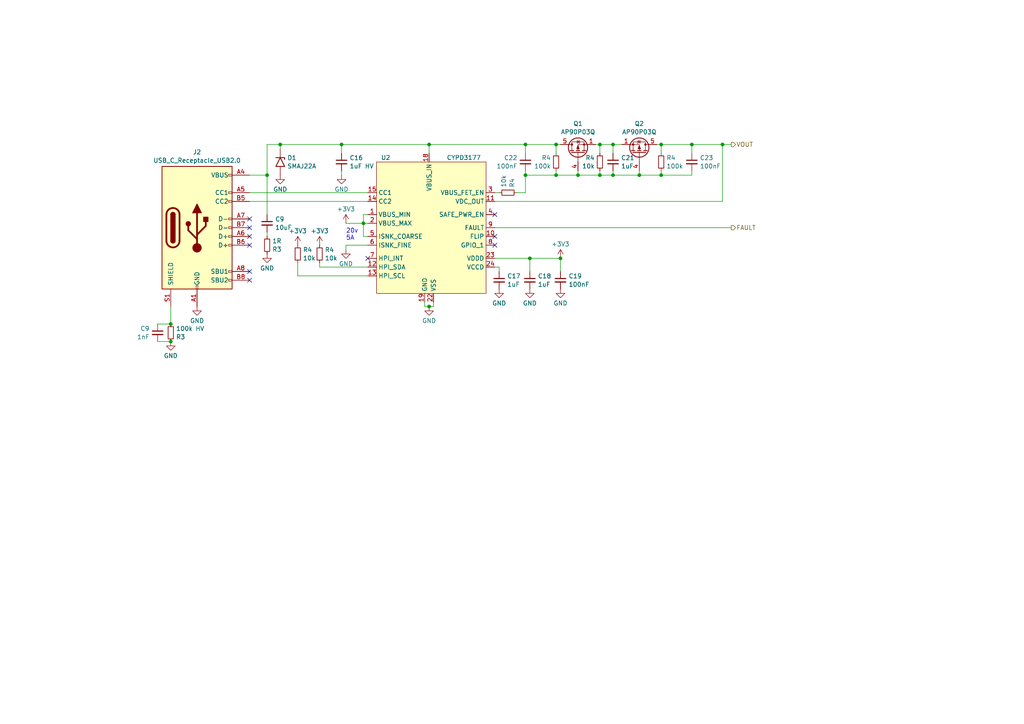
<source format=kicad_sch>
(kicad_sch (version 20230121) (generator eeschema)
  (paper "A4")
  (lib_symbols
    (symbol "Connector:USB_C_Receptacle_USB2.0" (pin_names (offset 1.016))
      (property "Reference" "J" (at -10.16 19.05 0))
      (property "Value" "USB_C_Receptacle_USB2.0" (at 19.05 19.05 0))
      (symbol "USB_C_Receptacle_USB2.0_0_0"
        (rectangle (start -0.254 -17.78) (end 0.254 -16.764))
        (rectangle (start 10.16 -14.986) (end 9.144 -15.494))
        (rectangle (start 10.16 -12.446) (end 9.144 -12.954))
        (rectangle (start 10.16 -4.826) (end 9.144 -5.334))
        (rectangle (start 10.16 -2.286) (end 9.144 -2.794))
        (rectangle (start 10.16 0.254) (end 9.144 -0.254))
        (rectangle (start 10.16 2.794) (end 9.144 2.286))
        (rectangle (start 10.16 7.874) (end 9.144 7.366))
        (rectangle (start 10.16 10.414) (end 9.144 9.906))
        (rectangle (start 10.16 15.494) (end 9.144 14.986))
      )
      (symbol "USB_C_Receptacle_USB2.0_0_1"
        (rectangle (start -10.16 17.78) (end 10.16 -17.78) (stroke (width 0.254)) (fill (type background)))
        (arc (start -8.89 -3.81) (mid -6.985 -5.7067) (end -5.08 -3.81) (stroke (width 0.508)))
        (arc (start -7.62 -3.81) (mid -6.985 -4.4423) (end -6.35 -3.81) (stroke (width 0.254)))
        (arc (start -7.62 -3.81) (mid -6.985 -4.4423) (end -6.35 -3.81) (stroke (width 0.254)) (fill (type outline)))
        (rectangle (start -7.62 -3.81) (end -6.35 3.81) (stroke (width 0.254)) (fill (type outline)))
        (arc (start -6.35 3.81) (mid -6.985 4.4423) (end -7.62 3.81) (stroke (width 0.254)))
        (arc (start -6.35 3.81) (mid -6.985 4.4423) (end -7.62 3.81) (stroke (width 0.254)) (fill (type outline)))
        (arc (start -5.08 3.81) (mid -6.985 5.7067) (end -8.89 3.81) (stroke (width 0.508)))
        (circle (center -2.54 1.143) (radius 0.635) (stroke (width 0.254)) (fill (type outline)))
        (circle (center 0 -5.842) (radius 1.27) (fill (type outline)))
        (polyline (pts (xy -8.89 -3.81) (xy -8.89 3.81)) (stroke (width 0.508)))
        (polyline (pts (xy -5.08 3.81) (xy -5.08 -3.81)) (stroke (width 0.508)))
        (polyline (pts (xy 0 -5.842) (xy 0 4.318)) (stroke (width 0.508)))
        (polyline (pts (xy 0 -3.302) (xy -2.54 -0.762) (xy -2.54 0.508)) (stroke (width 0.508)))
        (polyline (pts (xy 0 -2.032) (xy 2.54 0.508) (xy 2.54 1.778)) (stroke (width 0.508)))
        (polyline (pts (xy -1.27 4.318) (xy 0 6.858) (xy 1.27 4.318) (xy -1.27 4.318)) (stroke (width 0.254)) (fill (type outline)))
        (rectangle (start 1.905 1.778) (end 3.175 3.048) (stroke (width 0.254)) (fill (type outline)))
      )
      (symbol "USB_C_Receptacle_USB2.0_1_1"
        (pin passive line (at 0 -22.86 90) (length 5.08) (name "GND") (number "A1"))
        (pin passive line (at 0 -22.86 90) (length 5.08) hide (name "GND") (number "A12"))
        (pin passive line (at 15.24 15.24 180) (length 5.08) (name "VBUS") (number "A4"))
        (pin bidirectional line (at 15.24 10.16 180) (length 5.08) (name "CC1") (number "A5"))
        (pin bidirectional line (at 15.24 -2.54 180) (length 5.08) (name "D+") (number "A6"))
        (pin bidirectional line (at 15.24 2.54 180) (length 5.08) (name "D-") (number "A7"))
        (pin bidirectional line (at 15.24 -12.7 180) (length 5.08) (name "SBU1") (number "A8"))
        (pin passive line (at 15.24 15.24 180) (length 5.08) hide (name "VBUS") (number "A9"))
        (pin passive line (at 0 -22.86 90) (length 5.08) hide (name "GND") (number "B1"))
        (pin passive line (at 0 -22.86 90) (length 5.08) hide (name "GND") (number "B12"))
        (pin passive line (at 15.24 15.24 180) (length 5.08) hide (name "VBUS") (number "B4"))
        (pin bidirectional line (at 15.24 7.62 180) (length 5.08) (name "CC2") (number "B5"))
        (pin bidirectional line (at 15.24 -5.08 180) (length 5.08) (name "D+") (number "B6"))
        (pin bidirectional line (at 15.24 0 180) (length 5.08) (name "D-") (number "B7"))
        (pin bidirectional line (at 15.24 -15.24 180) (length 5.08) (name "SBU2") (number "B8"))
        (pin passive line (at 15.24 15.24 180) (length 5.08) hide (name "VBUS") (number "B9"))
        (pin passive line (at -7.62 -22.86 90) (length 5.08) (name "SHIELD") (number "S1"))
      )
    )
    (symbol "Device:C_Small" (pin_numbers hide) (pin_names (offset 0.254) hide)
      (property "Reference" "C" (at 0.254 1.778 0))
      (property "Value" "C_Small" (at 0.254 -2.032 0))
      (symbol "C_Small_0_1"
        (polyline (pts (xy -1.524 -0.508) (xy 1.524 -0.508)) (stroke (width 0.3302)))
        (polyline (pts (xy -1.524 0.508) (xy 1.524 0.508)) (stroke (width 0.3048)))
      )
      (symbol "C_Small_1_1"
        (pin passive line (at 0 2.54 270) (length 2.032) (name "~") (number "1"))
        (pin passive line (at 0 -2.54 90) (length 2.032) (name "~") (number "2"))
      )
    )
    (symbol "Device:R_Small" (pin_numbers hide) (pin_names (offset 0.254) hide)
      (property "Reference" "R" (at 0.762 0.508 0))
      (property "Value" "R_Small" (at 0.762 -1.016 0))
      (symbol "R_Small_0_1"
        (rectangle (start -0.762 1.778) (end 0.762 -1.778) (stroke (width 0.2032)))
      )
      (symbol "R_Small_1_1"
        (pin passive line (at 0 2.54 270) (length 0.762) (name "~") (number "1"))
        (pin passive line (at 0 -2.54 90) (length 0.762) (name "~") (number "2"))
      )
    )
    (symbol "Diode:SMAJ22A" (pin_numbers hide) (pin_names (offset 1.016) hide)
      (property "Reference" "D" (at 0 2.54 0))
      (property "Value" "SMAJ22A" (at 0 -2.54 0))
      (symbol "SMAJ22A_0_1"
        (polyline (pts (xy -0.762 1.27) (xy -1.27 1.27) (xy -1.27 -1.27)) (stroke (width 0.254)))
        (polyline (pts (xy 1.27 1.27) (xy 1.27 -1.27) (xy -1.27 0) (xy 1.27 1.27)) (stroke (width 0.254)))
      )
      (symbol "SMAJ22A_1_1"
        (pin passive line (at -3.81 0 0) (length 2.54) (name "A1") (number "1"))
        (pin passive line (at 3.81 0 180) (length 2.54) (name "A2") (number "2"))
      )
    )
    (symbol "Power_Management_Cypress:CYPD3177"
      (property "Reference" "U" (at -13.97 20.32 0))
      (property "Value" "CYPD3177" (at 10.16 20.32 0))
      (symbol "CYPD3177_0_0"
        (pin input line (at -17.78 3.81 0) (length 2.54) (name "VBUS_MIN") (number "1"))
        (pin output line (at 19.05 -2.54 180) (length 2.54) (name "FLIP") (number "10"))
        (pin input line (at 19.05 7.62 180) (length 2.54) (name "VDC_OUT") (number "11"))
        (pin bidirectional line (at -17.78 -11.43 0) (length 2.54) (name "HPI_SDA") (number "12"))
        (pin input line (at -17.78 -13.97 0) (length 2.54) (name "HPI_SCL") (number "13"))
        (pin bidirectional line (at -17.78 7.62 0) (length 2.54) (name "CC2") (number "14"))
        (pin bidirectional line (at -17.78 10.16 0) (length 2.54) (name "CC1") (number "15"))
        (pin power_in line (at 0 21.59 270) (length 2.54) (name "VBUS_IN") (number "18"))
        (pin power_in line (at -1.27 -21.59 90) (length 2.54) (name "GND") (number "19"))
        (pin input line (at -17.78 1.27 0) (length 2.54) (name "VBUS_MAX") (number "2"))
        (pin power_in line (at 1.27 -21.59 90) (length 2.54) (name "VSS") (number "22"))
        (pin power_out line (at 19.05 -8.89 180) (length 2.54) (name "VDDD") (number "23"))
        (pin power_out line (at 19.05 -11.43 180) (length 2.54) (name "VCCD") (number "24"))
        (pin output line (at 19.05 10.16 180) (length 2.54) (name "VBUS_FET_EN") (number "3"))
        (pin output line (at 19.05 3.81 180) (length 2.54) (name "SAFE_PWR_EN") (number "4"))
        (pin input line (at -17.78 -2.54 0) (length 2.54) (name "ISNK_COARSE") (number "5"))
        (pin input line (at -17.78 -5.08 0) (length 2.54) (name "ISNK_FINE") (number "6"))
        (pin output line (at -17.78 -8.89 0) (length 2.54) (name "HPI_INT") (number "7"))
        (pin bidirectional line (at 19.05 -5.08 180) (length 2.54) (name "GPIO_1") (number "8"))
        (pin output line (at 19.05 0 180) (length 2.54) (name "FAULT") (number "9"))
      )
      (symbol "CYPD3177_1_0"
        (pin no_connect line (at 11.43 -21.59 90) (length 2.54) hide (name "D-") (number "16"))
        (pin no_connect line (at 13.97 -21.59 90) (length 2.54) hide (name "D+") (number "17"))
        (pin no_connect line (at 5.08 -21.59 90) (length 2.54) hide (name "DNU1") (number "20"))
        (pin no_connect line (at 7.62 -21.59 90) (length 2.54) hide (name "DNU2") (number "21"))
        (pin power_in line (at -1.27 -21.59 90) (length 2.54) hide (name "GND") (number "25"))
      )
      (symbol "CYPD3177_1_1"
        (rectangle (start -15.24 19.05) (end 16.51 -19.05) (fill (type background)))
      )
    )
    (symbol "Transistor_FET:AON6411" (pin_names hide)
      (property "Reference" "Q" (at 5.08 1.905 0))
      (property "Value" "AON6411" (at 5.08 0 0))
      (symbol "AON6411_0_1"
        (polyline (pts (xy 0.254 0) (xy -2.54 0)))
        (polyline (pts (xy 0.254 1.905) (xy 0.254 -1.905)) (stroke (width 0.254)))
        (polyline (pts (xy 0.762 -1.27) (xy 0.762 -2.286)) (stroke (width 0.254)))
        (polyline (pts (xy 0.762 0.508) (xy 0.762 -0.508)) (stroke (width 0.254)))
        (polyline (pts (xy 0.762 2.286) (xy 0.762 1.27)) (stroke (width 0.254)))
        (polyline (pts (xy 2.54 2.54) (xy 2.54 1.778)))
        (polyline (pts (xy 2.54 -2.54) (xy 2.54 0) (xy 0.762 0)))
        (polyline (pts (xy 0.762 1.778) (xy 3.302 1.778) (xy 3.302 -1.778) (xy 0.762 -1.778)))
        (polyline (pts (xy 2.286 0) (xy 1.27 0.381) (xy 1.27 -0.381) (xy 2.286 0)) (fill (type outline)))
        (polyline (pts (xy 2.794 -0.508) (xy 2.921 -0.381) (xy 3.683 -0.381) (xy 3.81 -0.254)))
        (polyline (pts (xy 3.302 -0.381) (xy 2.921 0.254) (xy 3.683 0.254) (xy 3.302 -0.381)))
        (circle (center 1.651 0) (radius 2.794) (stroke (width 0.254)))
        (circle (center 2.54 -1.778) (radius 0.254) (fill (type outline)))
        (circle (center 2.54 1.778) (radius 0.254) (fill (type outline)))
      )
      (symbol "AON6411_1_1"
        (pin passive line (at 2.54 -5.08 90) (length 2.54) (name "S") (number "1"))
        (pin passive line (at 2.54 -5.08 90) (length 2.54) hide (name "S") (number "2"))
        (pin passive line (at 2.54 -5.08 90) (length 2.54) hide (name "S") (number "3"))
        (pin input line (at -5.08 0 0) (length 2.54) (name "G") (number "4"))
        (pin passive line (at 2.54 5.08 270) (length 2.54) (name "D") (number "5"))
      )
    )
    (symbol "power:+3V3" (power) (pin_names (offset 0))
      (property "Value" "+3V3" (at 0 3.556 0))
      (symbol "+3V3_0_1"
        (polyline (pts (xy -0.762 1.27) (xy 0 2.54)))
        (polyline (pts (xy 0 0) (xy 0 2.54)))
        (polyline (pts (xy 0 2.54) (xy 0.762 1.27)))
      )
      (symbol "+3V3_1_1"
        (pin power_in line (at 0 0 90) (length 0) hide (name "+3V3") (number "1"))
      )
    )
    (symbol "power:GND" (power) (pin_names (offset 0))
      (property "Value" "GND" (at 0 -3.81 0))
      (symbol "GND_0_1"
        (polyline (pts (xy 0 0) (xy 0 -1.27) (xy 1.27 -1.27) (xy 0 -2.54) (xy -1.27 -1.27) (xy 0 -1.27)))
      )
      (symbol "GND_1_1"
        (pin power_in line (at 0 0 270) (length 0) hide (name "GND") (number "1"))
      )
    )
  )
  (junction (at 200.66 41.91))
  (junction (at 177.8 41.91))
  (junction (at 152.4 41.91))
  (junction (at 124.46 41.91))
  (junction (at 191.77 41.91))
  (junction (at 49.53 93.98))
  (junction (at 161.29 41.91))
  (junction (at 167.64 50.8))
  (junction (at 177.8 50.8))
  (junction (at 99.06 41.91))
  (junction (at 173.99 50.8))
  (junction (at 105.41 64.77))
  (junction (at 191.77 50.8))
  (junction (at 81.28 41.91))
  (junction (at 49.53 99.06))
  (junction (at 173.99 41.91))
  (junction (at 185.42 50.8))
  (junction (at 152.4 50.8))
  (junction (at 77.47 50.8))
  (junction (at 124.46 88.9))
  (junction (at 162.56 74.93))
  (junction (at 153.67 74.93))
  (junction (at 209.55 41.91))
  (junction (at 161.29 50.8))
  (no_connect (at 143.51 62.23))
  (no_connect (at 72.39 71.12))
  (no_connect (at 72.39 68.58))
  (no_connect (at 143.51 71.12))
  (no_connect (at 106.68 74.93))
  (no_connect (at 143.51 68.58))
  (no_connect (at 72.39 63.5))
  (no_connect (at 72.39 66.04))
  (no_connect (at 72.39 78.74))
  (no_connect (at 72.39 81.28))
  (wire (pts (xy 177.8 41.91) (xy 180.34 41.91)))
  (wire (pts (xy 77.47 41.91) (xy 77.47 50.8)))
  (wire (pts (xy 200.66 44.45) (xy 200.66 41.91)))
  (wire (pts (xy 81.28 41.91) (xy 99.06 41.91)))
  (wire (pts (xy 105.41 64.77) (xy 106.68 64.77)))
  (wire (pts (xy 153.67 74.93) (xy 162.56 74.93)))
  (wire (pts (xy 185.42 49.53) (xy 185.42 50.8)))
  (wire (pts (xy 143.51 74.93) (xy 153.67 74.93)))
  (wire (pts (xy 173.99 50.8) (xy 177.8 50.8)))
  (wire (pts (xy 86.36 80.01) (xy 86.36 76.2)))
  (wire (pts (xy 124.46 88.9) (xy 123.19 88.9)))
  (wire (pts (xy 185.42 50.8) (xy 177.8 50.8)))
  (wire (pts (xy 162.56 74.93) (xy 162.56 78.74)))
  (wire (pts (xy 152.4 41.91) (xy 152.4 44.45)))
  (wire (pts (xy 100.33 71.12) (xy 100.33 72.39)))
  (wire (pts (xy 45.72 93.98) (xy 49.53 93.98)))
  (wire (pts (xy 200.66 50.8) (xy 191.77 50.8)))
  (wire (pts (xy 143.51 77.47) (xy 144.78 77.47)))
  (wire (pts (xy 173.99 41.91) (xy 173.99 44.45)))
  (wire (pts (xy 191.77 50.8) (xy 185.42 50.8)))
  (wire (pts (xy 105.41 62.23) (xy 106.68 62.23)))
  (wire (pts (xy 209.55 58.42) (xy 209.55 41.91)))
  (wire (pts (xy 172.72 41.91) (xy 173.99 41.91)))
  (wire (pts (xy 106.68 68.58) (xy 105.41 68.58)))
  (wire (pts (xy 143.51 58.42) (xy 209.55 58.42)))
  (wire (pts (xy 92.71 77.47) (xy 92.71 76.2)))
  (wire (pts (xy 161.29 41.91) (xy 161.29 44.45)))
  (wire (pts (xy 162.56 41.91) (xy 161.29 41.91)))
  (wire (pts (xy 200.66 49.53) (xy 200.66 50.8)))
  (wire (pts (xy 167.64 49.53) (xy 167.64 50.8)))
  (wire (pts (xy 209.55 41.91) (xy 200.66 41.91)))
  (wire (pts (xy 177.8 50.8) (xy 177.8 49.53)))
  (wire (pts (xy 106.68 71.12) (xy 100.33 71.12)))
  (wire (pts (xy 72.39 50.8) (xy 77.47 50.8)))
  (wire (pts (xy 167.64 50.8) (xy 173.99 50.8)))
  (wire (pts (xy 177.8 41.91) (xy 177.8 44.45)))
  (wire (pts (xy 81.28 41.91) (xy 81.28 43.18)))
  (wire (pts (xy 100.33 64.77) (xy 105.41 64.77)))
  (wire (pts (xy 191.77 44.45) (xy 191.77 41.91)))
  (wire (pts (xy 124.46 88.9) (xy 125.73 88.9)))
  (wire (pts (xy 143.51 55.88) (xy 144.78 55.88)))
  (wire (pts (xy 72.39 58.42) (xy 106.68 58.42)))
  (wire (pts (xy 190.5 41.91) (xy 191.77 41.91)))
  (wire (pts (xy 99.06 49.53) (xy 99.06 50.8)))
  (wire (pts (xy 105.41 64.77) (xy 105.41 62.23)))
  (wire (pts (xy 149.86 55.88) (xy 152.4 55.88)))
  (wire (pts (xy 161.29 50.8) (xy 152.4 50.8)))
  (wire (pts (xy 105.41 64.77) (xy 105.41 68.58)))
  (wire (pts (xy 106.68 77.47) (xy 92.71 77.47)))
  (wire (pts (xy 124.46 44.45) (xy 124.46 41.91)))
  (wire (pts (xy 77.47 50.8) (xy 77.47 62.23)))
  (wire (pts (xy 49.53 88.9) (xy 49.53 93.98)))
  (wire (pts (xy 191.77 49.53) (xy 191.77 50.8)))
  (wire (pts (xy 124.46 41.91) (xy 152.4 41.91)))
  (wire (pts (xy 161.29 41.91) (xy 152.4 41.91)))
  (wire (pts (xy 152.4 55.88) (xy 152.4 50.8)))
  (wire (pts (xy 99.06 41.91) (xy 124.46 41.91)))
  (wire (pts (xy 81.28 41.91) (xy 77.47 41.91)))
  (wire (pts (xy 153.67 74.93) (xy 153.67 78.74)))
  (wire (pts (xy 152.4 50.8) (xy 152.4 49.53)))
  (wire (pts (xy 125.73 88.9) (xy 125.73 87.63)))
  (wire (pts (xy 99.06 41.91) (xy 99.06 44.45)))
  (wire (pts (xy 72.39 55.88) (xy 106.68 55.88)))
  (wire (pts (xy 123.19 87.63) (xy 123.19 88.9)))
  (wire (pts (xy 167.64 50.8) (xy 161.29 50.8)))
  (wire (pts (xy 161.29 50.8) (xy 161.29 49.53)))
  (wire (pts (xy 173.99 50.8) (xy 173.99 49.53)))
  (wire (pts (xy 143.51 66.04) (xy 212.09 66.04)))
  (wire (pts (xy 45.72 99.06) (xy 49.53 99.06)))
  (wire (pts (xy 77.47 67.31) (xy 77.47 68.58)))
  (wire (pts (xy 209.55 41.91) (xy 212.09 41.91)))
  (wire (pts (xy 173.99 41.91) (xy 177.8 41.91)))
  (wire (pts (xy 106.68 80.01) (xy 86.36 80.01)))
  (wire (pts (xy 144.78 77.47) (xy 144.78 78.74)))
  (wire (pts (xy 191.77 41.91) (xy 200.66 41.91)))
  (text "20v\n5A" (at 100.33 69.85 0) (effects (font (size 1.27 1.27)) (justify left bottom)))
  (hierarchical_label "FAULT" (shape output) (at 212.09 66.04 0))
  (hierarchical_label "VOUT" (shape output) (at 212.09 41.91 0))
  (symbol (lib_id "Device:R_Small") (at 49.53 96.52 0) (mirror y) (unit 1)
    (property "Reference" "R3" (at 51.0286 97.7321 0) (effects (justify right)))
    (property "Value" "100k HV" (at 51.0286 95.3079 0) (effects (justify right)))
    (property "Footprint" "Resistor_SMD:R_1206_3216Metric" (effects hide))
    (property "LCSC" "C17900" (effects hide))
    (instances (project "T41-USB-C-PSU" (path "" (reference "R3") (unit 1)) (path "" (reference "R3") (unit 1)) (path "" (reference "R7") (unit 1))))
  )
  (symbol (lib_id "Device:C_Small") (at 77.47 64.77 0) (unit 1)
    (property "Reference" "C9" (at 79.7941 63.5642 0) (effects (justify left)))
    (property "Value" "10uF" (at 79.7941 65.9884 0) (effects (justify left)))
    (property "Footprint" "Capacitor_SMD:C_0805_2012Metric" (effects hide))
    (property "LCSC" "C440198" (effects hide))
    (instances (project "T41-USB-C-PSU" (path "" (reference "C9") (unit 1)) (path "" (reference "C9") (unit 1)) (path "" (reference "C14") (unit 1))))
  )
  (symbol (lib_id "Connector:USB_C_Receptacle_USB2.0") (at 57.15 66.04 0) (unit 1)
    (property "Reference" "J2" (at 57.15 44.1157 0))
    (property "Value" "USB_C_Receptacle_USB2.0" (at 57.15 46.5399 0))
    (property "Footprint" "Connector_USB:USB_C_Receptacle_Palconn_UTC16-G" (effects hide))
    (property "Datasheet" "https://www.usb.org/sites/default/files/documents/usb_type-c.zip" (effects hide))
    (property "LCSC" "C167321" (effects hide))
    (instances (project "usb-board" (path "" (reference "J2") (unit 1))) (project "T41-USB-C-PSU" (path "" (reference "J1") (unit 1))))
  )
  (symbol (lib_id "power:GND") (at 124.46 88.9 0) (unit 1)
    (property "Reference" "#PWR023" (effects hide))
    (property "Value" "GND" (at 124.46 93.0331 0))
  )
  (symbol (lib_id "Device:C_Small") (at 177.8 46.99 0) (unit 1)
    (property "Reference" "C21" (at 180.1241 45.7842 0) (effects (justify left)))
    (property "Value" "1uF" (at 180.1241 48.2084 0) (effects (justify left)))
    (property "Footprint" "Capacitor_SMD:C_0402_1005Metric" (effects hide))
    (property "LCSC" "C52923" (effects hide))
  )
  (symbol (lib_id "power:GND") (at 99.06 50.8 0) (unit 1)
    (property "Reference" "#PWR022" (effects hide))
    (property "Value" "GND" (at 99.06 54.9331 0))
  )
  (symbol (lib_id "Device:R_Small") (at 77.47 71.12 0) (mirror y) (unit 1)
    (property "Reference" "R3" (at 78.9686 72.3321 0) (effects (justify right)))
    (property "Value" "1R" (at 78.9686 69.9079 0) (effects (justify right)))
    (property "Footprint" "Resistor_SMD:R_0805_2012Metric" (effects hide))
    (property "LCSC" "C25271" (effects hide))
    (instances (project "T41-USB-C-PSU" (path "" (reference "R3") (unit 1)) (path "" (reference "R3") (unit 1)) (path "" (reference "R6") (unit 1))))
  )
  (symbol (lib_id "power:GND") (at 153.67 83.82 0) (unit 1)
    (property "Reference" "#PWR025" (effects hide))
    (property "Value" "GND" (at 153.67 87.9531 0))
  )
  (symbol (lib_id "Diode:SMAJ22A") (at 81.28 46.99 270) (unit 1)
    (property "Reference" "D1" (at 83.312 45.7779 90) (effects (justify left)))
    (property "Value" "SMAJ22A" (at 83.312 48.2021 90) (effects (justify left)))
    (property "Footprint" "Diode_SMD:D_SMA" (effects hide))
    (property "Datasheet" "https://www.littelfuse.com/media?resourcetype=datasheets&itemid=75e32973-b177-4ee3-a0ff-cedaf1abdb93&filename=smaj-datasheet" (effects hide))
    (property "LCSC" "C309875" (effects hide))
  )
  (symbol (lib_id "power:+3V3") (at 162.56 74.93 0) (unit 1)
    (property "Reference" "#PWR028" (effects hide))
    (property "Value" "+3V3" (at 162.56 70.7969 0))
  )
  (symbol (lib_id "Device:C_Small") (at 162.56 81.28 0) (unit 1)
    (property "Reference" "C19" (at 164.8841 80.0742 0) (effects (justify left)))
    (property "Value" "100nF" (at 164.8841 82.4984 0) (effects (justify left)))
    (property "Footprint" "Capacitor_SMD:C_0402_1005Metric" (effects hide))
    (property "LCSC" "C1525" (effects hide))
  )
  (symbol (lib_id "power:+3V3") (at 86.36 71.12 0) (unit 1)
    (property "Reference" "#PWR032" (effects hide))
    (property "Value" "+3V3" (at 86.36 66.9869 0))
  )
  (symbol (lib_id "Device:R_Small") (at 191.77 46.99 0) (unit 1)
    (property "Reference" "R4" (at 193.2686 45.7779 0) (effects (justify left)))
    (property "Value" "100k" (at 193.2686 48.2021 0) (effects (justify left)))
    (property "Footprint" "Resistor_SMD:R_0402_1005Metric" (effects hide))
    (property "LCSC" "C25741" (effects hide))
    (instances (project "T41-USB-C-PSU" (path "" (reference "R4") (unit 1)) (path "" (reference "R5") (unit 1)) (path "" (reference "R10") (unit 1))))
  )
  (symbol (lib_id "Transistor_FET:AON6411") (at 185.42 44.45 270) (mirror x) (unit 1)
    (property "Reference" "Q2" (at 185.42 35.8607 90))
    (property "Value" "AP90P03Q" (at 185.42 38.2849 90))
    (property "Footprint" "Package_DFN_FET:DFN-8-FET_3x3mm_P0.65mm" (effects hide))
    (property "Datasheet" "https://datasheet.lcsc.com/lcsc/2108150030_ALLPOWER-ShenZhen-Quan-Li-Semiconductor-AP90P03Q_C2849567.pdf" (effects hide))
    (property "LCSC" "C2849567" (effects hide))
  )
  (symbol (lib_id "power:GND") (at 57.15 88.9 0) (unit 1)
    (property "Reference" "#PWR018" (effects hide))
    (property "Value" "GND" (at 57.15 93.0331 0))
  )
  (symbol (lib_id "Power_Management_Cypress:CYPD3177") (at 124.46 66.04 0) (unit 1)
    (property "Reference" "U2" (at 110.49 45.72 0) (effects (justify left)))
    (property "Value" "CYPD3177" (at 129.54 45.72 0) (effects (justify left)))
    (property "Footprint" "Package_DFN_QFN:QFN-24-1EP_4x4mm_P0.5mm_EP2.7x2.7mm" (effects hide))
    (property "Datasheet" "https://www.infineon.com/dgdl/Infineon-EZ-PD_BCR_Datasheet_USB_Type-C_Port_Controller_for_Power_Sinks-DataSheet-v03_00-EN.pdf?fileId=8ac78c8c7d0d8da4017d0ee7ce9d70ad" (effects hide))
    (property "LCSC" "C2959321" (effects hide))
  )
  (symbol (lib_id "power:+3V3") (at 100.33 64.77 0) (unit 1)
    (property "Reference" "#PWR029" (effects hide))
    (property "Value" "+3V3" (at 100.33 60.6369 0))
  )
  (symbol (lib_id "power:GND") (at 162.56 83.82 0) (unit 1)
    (property "Reference" "#PWR026" (effects hide))
    (property "Value" "GND" (at 162.56 87.9531 0))
  )
  (symbol (lib_id "power:GND") (at 77.47 73.66 0) (unit 1)
    (property "Reference" "#PWR020" (effects hide))
    (property "Value" "GND" (at 77.47 77.7931 0))
  )
  (symbol (lib_id "Device:R_Small") (at 173.99 46.99 0) (mirror y) (unit 1)
    (property "Reference" "R4" (at 172.4914 45.7779 0) (effects (justify left)))
    (property "Value" "10k" (at 172.4914 48.2021 0) (effects (justify left)))
    (property "Footprint" "Resistor_SMD:R_0402_1005Metric" (effects hide))
    (property "LCSC" "C25744" (effects hide))
    (instances (project "T41-USB-C-PSU" (path "" (reference "R4") (unit 1)) (path "" (reference "R5") (unit 1)) (path "" (reference "R8") (unit 1))))
  )
  (symbol (lib_id "power:GND") (at 49.53 99.06 0) (unit 1)
    (property "Reference" "#PWR019" (effects hide))
    (property "Value" "GND" (at 49.53 103.1931 0))
  )
  (symbol (lib_id "Device:C_Small") (at 99.06 46.99 0) (unit 1)
    (property "Reference" "C16" (at 101.3841 45.7842 0) (effects (justify left)))
    (property "Value" "1uF HV" (at 101.3841 48.2084 0) (effects (justify left)))
    (property "Footprint" "Capacitor_SMD:C_0603_1608Metric" (effects hide))
    (property "LCSC" "C15849" (effects hide))
  )
  (symbol (lib_id "Device:R_Small") (at 92.71 73.66 0) (unit 1)
    (property "Reference" "R4" (at 94.2086 72.4479 0) (effects (justify left)))
    (property "Value" "10k" (at 94.2086 74.8721 0) (effects (justify left)))
    (property "Footprint" "Resistor_SMD:R_0402_1005Metric" (effects hide))
    (property "LCSC" "C25744" (effects hide))
    (instances (project "T41-USB-C-PSU" (path "" (reference "R4") (unit 1)) (path "" (reference "R5") (unit 1)) (path "" (reference "R11") (unit 1))))
  )
  (symbol (lib_id "Device:C_Small") (at 152.4 46.99 0) (mirror y) (unit 1)
    (property "Reference" "C22" (at 150.0759 45.7842 0) (effects (justify left)))
    (property "Value" "100nF" (at 150.0759 48.2084 0) (effects (justify left)))
    (property "Footprint" "Capacitor_SMD:C_0402_1005Metric" (effects hide))
    (property "LCSC" "C1525" (effects hide))
  )
  (symbol (lib_id "Device:R_Small") (at 147.32 55.88 270) (mirror x) (unit 1)
    (property "Reference" "R4" (at 148.5321 54.3814 0) (effects (justify left)))
    (property "Value" "10k" (at 146.1079 54.3814 0) (effects (justify left)))
    (property "Footprint" "Resistor_SMD:R_0402_1005Metric" (effects hide))
    (property "LCSC" "C25744" (effects hide))
    (instances (project "T41-USB-C-PSU" (path "" (reference "R4") (unit 1)) (path "" (reference "R5") (unit 1)) (path "" (reference "R5") (unit 1))))
  )
  (symbol (lib_id "Device:C_Small") (at 153.67 81.28 0) (unit 1)
    (property "Reference" "C18" (at 155.9941 80.0742 0) (effects (justify left)))
    (property "Value" "1uF" (at 155.9941 82.4984 0) (effects (justify left)))
    (property "Footprint" "Capacitor_SMD:C_0402_1005Metric" (effects hide))
    (property "LCSC" "C52923" (effects hide))
  )
  (symbol (lib_id "Device:C_Small") (at 144.78 81.28 0) (unit 1)
    (property "Reference" "C17" (at 147.1041 80.0742 0) (effects (justify left)))
    (property "Value" "1uF" (at 147.1041 82.4984 0) (effects (justify left)))
    (property "Footprint" "Capacitor_SMD:C_0402_1005Metric" (effects hide))
    (property "LCSC" "C52923" (effects hide))
  )
  (symbol (lib_id "power:GND") (at 81.28 50.8 0) (unit 1)
    (property "Reference" "#PWR021" (effects hide))
    (property "Value" "GND" (at 81.28 54.9331 0))
  )
  (symbol (lib_id "power:GND") (at 144.78 83.82 0) (unit 1)
    (property "Reference" "#PWR024" (effects hide))
    (property "Value" "GND" (at 144.78 87.9531 0))
  )
  (symbol (lib_id "Device:C_Small") (at 45.72 96.52 0) (mirror y) (unit 1)
    (property "Reference" "C9" (at 43.3959 95.3142 0) (effects (justify left)))
    (property "Value" "1nF" (at 43.3959 97.7384 0) (effects (justify left)))
    (property "Footprint" "Capacitor_SMD:C_1206_3216Metric" (effects hide))
    (property "LCSC" "C9196" (effects hide))
    (instances (project "T41-USB-C-PSU" (path "" (reference "C9") (unit 1)) (path "" (reference "C9") (unit 1)) (path "" (reference "C15") (unit 1))))
  )
  (symbol (lib_id "Device:R_Small") (at 161.29 46.99 0) (mirror y) (unit 1)
    (property "Reference" "R4" (at 159.7914 45.7779 0) (effects (justify left)))
    (property "Value" "100k" (at 159.7914 48.2021 0) (effects (justify left)))
    (property "Footprint" "Resistor_SMD:R_0402_1005Metric" (effects hide))
    (property "LCSC" "C25741" (effects hide))
    (instances (project "T41-USB-C-PSU" (path "" (reference "R4") (unit 1)) (path "" (reference "R5") (unit 1)) (path "" (reference "R9") (unit 1))))
  )
  (symbol (lib_id "Transistor_FET:AON6411") (at 167.64 44.45 90) (unit 1)
    (property "Reference" "Q1" (at 167.64 35.8607 90))
    (property "Value" "AP90P03Q" (at 167.64 38.2849 90))
    (property "Footprint" "Package_DFN_FET:DFN-8-FET_3x3mm_P0.65mm" (effects hide))
    (property "Datasheet" "https://datasheet.lcsc.com/lcsc/2108150030_ALLPOWER-ShenZhen-Quan-Li-Semiconductor-AP90P03Q_C2849567.pdf" (effects hide))
    (property "LCSC" "C2849567" (effects hide))
  )
  (symbol (lib_id "power:+3V3") (at 92.71 71.12 0) (unit 1)
    (property "Reference" "#PWR031" (effects hide))
    (property "Value" "+3V3" (at 92.71 66.9869 0))
  )
  (symbol (lib_id "Device:C_Small") (at 200.66 46.99 0) (unit 1)
    (property "Reference" "C23" (at 202.9841 45.7842 0) (effects (justify left)))
    (property "Value" "100nF" (at 202.9841 48.2084 0) (effects (justify left)))
    (property "Footprint" "Capacitor_SMD:C_0402_1005Metric" (effects hide))
    (property "LCSC" "C1525" (effects hide))
  )
  (symbol (lib_id "Device:R_Small") (at 86.36 73.66 0) (unit 1)
    (property "Reference" "R4" (at 87.8586 72.4479 0) (effects (justify left)))
    (property "Value" "10k" (at 87.8586 74.8721 0) (effects (justify left)))
    (property "Footprint" "Resistor_SMD:R_0402_1005Metric" (effects hide))
    (property "LCSC" "C25744" (effects hide))
    (instances (project "T41-USB-C-PSU" (path "" (reference "R4") (unit 1)) (path "" (reference "R5") (unit 1)) (path "" (reference "R12") (unit 1))))
  )
  (symbol (lib_id "power:GND") (at 100.33 72.39 0) (unit 1)
    (property "Reference" "#PWR030" (effects hide))
    (property "Value" "GND" (at 100.33 76.5231 0))
  )
)
</source>
